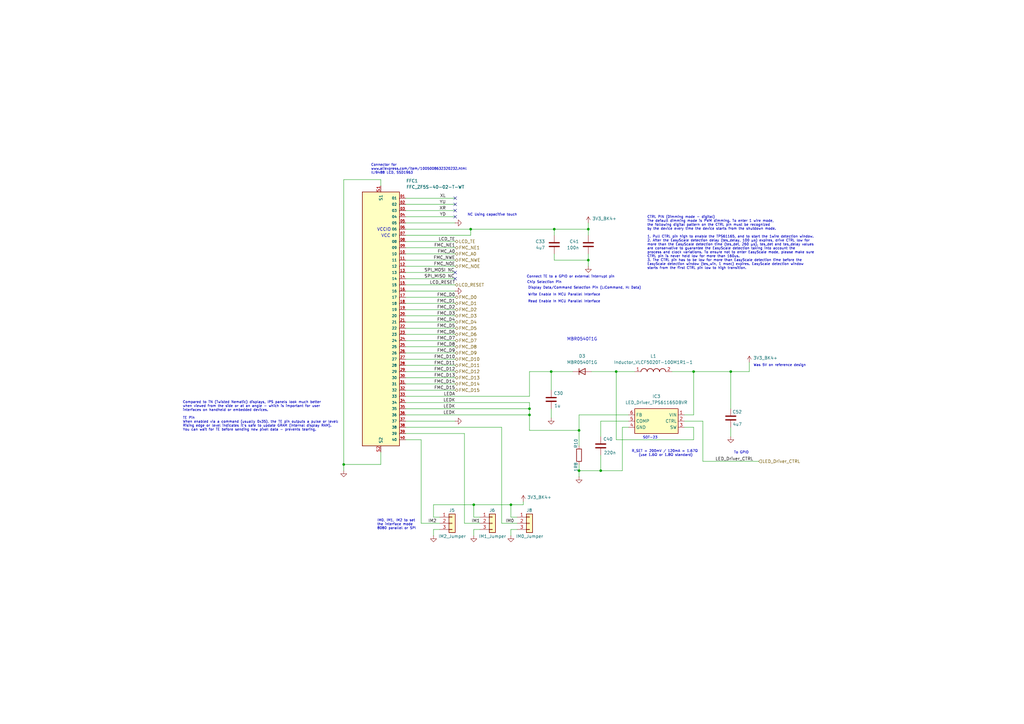
<source format=kicad_sch>
(kicad_sch (version 20231120) (generator "eeschema") (generator_version "8.0")
  (paper "A3")
  (lib_symbols
    (symbol "Connector_Generic:Conn_01x03" (pin_names (offset 1.016) hide)
      (property "Reference" "J" (at 0 5.08 0))
      (property "Value" "Conn_01x03" (at 0 -5.08 0))
      (symbol "Conn_01x03_1_1"
        (rectangle (start -1.27 -2.413) (end 0 -2.667) (stroke (width 0.1524)))
        (rectangle (start -1.27 0.127) (end 0 -0.127) (stroke (width 0.1524)))
        (rectangle (start -1.27 2.667) (end 0 2.413) (stroke (width 0.1524)))
        (rectangle (start -1.27 3.81) (end 1.27 -3.81) (stroke (width 0.254)) (fill (type background)))
        (pin passive line (at -5.08 2.54 0) (length 3.81) (name "Pin_1") (number "1"))
        (pin passive line (at -5.08 0 0) (length 3.81) (name "Pin_2") (number "2"))
        (pin passive line (at -5.08 -2.54 0) (length 3.81) (name "Pin_3") (number "3"))
      )
    )
    (symbol "Device:C" (pin_numbers hide) (pin_names (offset 0.254))
      (property "Reference" "C" (at 0.635 2.54 0))
      (property "Value" "C" (at 0.635 -2.54 0))
      (symbol "C_0_1"
        (polyline (pts (xy -2.032 -0.762) (xy 2.032 -0.762)) (stroke (width 0.508)))
        (polyline (pts (xy -2.032 0.762) (xy 2.032 0.762)) (stroke (width 0.508)))
      )
      (symbol "C_1_1"
        (pin passive line (at 0 3.81 270) (length 2.794) (name "~") (number "1"))
        (pin passive line (at 0 -3.81 90) (length 2.794) (name "~") (number "2"))
      )
    )
    (symbol "Device:D" (pin_numbers hide) (pin_names (offset 1.016) hide)
      (property "Reference" "D" (at 0 2.54 0))
      (property "Value" "D" (at 0 -2.54 0))
      (symbol "D_0_1"
        (polyline (pts (xy -1.27 1.27) (xy -1.27 -1.27)) (stroke (width 0.254)))
        (polyline (pts (xy 1.27 0) (xy -1.27 0)))
        (polyline (pts (xy 1.27 1.27) (xy 1.27 -1.27) (xy -1.27 0) (xy 1.27 1.27)) (stroke (width 0.254)))
      )
      (symbol "D_1_1"
        (pin passive line (at -3.81 0 0) (length 2.54) (name "K") (number "1"))
        (pin passive line (at 3.81 0 180) (length 2.54) (name "A") (number "2"))
      )
    )
    (symbol "Device:R" (pin_numbers hide) (pin_names (offset 0))
      (property "Reference" "R" (at 2.032 0 90))
      (property "Value" "R" (at 0 0 90))
      (symbol "R_0_1"
        (rectangle (start -1.016 -2.54) (end 1.016 2.54) (stroke (width 0.254)))
      )
      (symbol "R_1_1"
        (pin passive line (at 0 3.81 270) (length 1.27) (name "~") (number "1"))
        (pin passive line (at 0 -3.81 90) (length 1.27) (name "~") (number "2"))
      )
    )
    (symbol "Personal_Projects:FFC_ZF5S-40-02-T-WT" (pin_names (offset 1.016))
      (property "Reference" "FFC" (at 16.51 6.35 0))
      (property "Value" "FFC_ZF5S-40-02-T-WT" (at 16.51 3.81 0))
      (symbol "FFC_ZF5S-40-02-T-WT_0_0"
        (rectangle (start 15.24 -101.6) (end 0 2.54) (stroke (width 0.254)) (fill (type background)))
        (pin passive line (at 17.78 0 180) (length 2.54) (name "01") (number "01"))
        (pin passive line (at 17.78 -2.54 180) (length 2.54) (name "02") (number "02"))
        (pin passive line (at 17.78 -5.08 180) (length 2.54) (name "03") (number "03"))
        (pin passive line (at 17.78 -7.62 180) (length 2.54) (name "04") (number "04"))
        (pin passive line (at 17.78 -10.16 180) (length 2.54) (name "05") (number "05"))
        (pin passive line (at 17.78 -12.7 180) (length 2.54) (name "06") (number "06"))
        (pin passive line (at 17.78 -15.24 180) (length 2.54) (name "07") (number "07"))
        (pin passive line (at 17.78 -17.78 180) (length 2.54) (name "08") (number "08"))
        (pin passive line (at 17.78 -20.32 180) (length 2.54) (name "09") (number "09"))
        (pin passive line (at 17.78 -22.86 180) (length 2.54) (name "10") (number "10"))
        (pin passive line (at 17.78 -25.4 180) (length 2.54) (name "11") (number "11"))
        (pin passive line (at 17.78 -27.94 180) (length 2.54) (name "12") (number "12"))
        (pin passive line (at 17.78 -30.48 180) (length 2.54) (name "13") (number "13"))
        (pin passive line (at 17.78 -33.02 180) (length 2.54) (name "14") (number "14"))
        (pin passive line (at 17.78 -35.56 180) (length 2.54) (name "15") (number "15"))
        (pin passive line (at 17.78 -38.1 180) (length 2.54) (name "16") (number "16"))
        (pin passive line (at 17.78 -40.64 180) (length 2.54) (name "17") (number "17"))
        (pin passive line (at 17.78 -43.18 180) (length 2.54) (name "18") (number "18"))
        (pin passive line (at 17.78 -45.72 180) (length 2.54) (name "19") (number "19"))
        (pin passive line (at 17.78 -48.26 180) (length 2.54) (name "20") (number "20"))
        (pin passive line (at 17.78 -50.8 180) (length 2.54) (name "21") (number "21"))
        (pin passive line (at 17.78 -53.34 180) (length 2.54) (name "22") (number "22"))
        (pin passive line (at 17.78 -55.88 180) (length 2.54) (name "23") (number "23"))
        (pin passive line (at 17.78 -58.42 180) (length 2.54) (name "24") (number "24"))
        (pin passive line (at 17.78 -60.96 180) (length 2.54) (name "25") (number "25"))
        (pin passive line (at 17.78 -63.5 180) (length 2.54) (name "26") (number "26"))
        (pin passive line (at 17.78 -66.04 180) (length 2.54) (name "27") (number "27"))
        (pin passive line (at 17.78 -68.58 180) (length 2.54) (name "28") (number "28"))
        (pin passive line (at 17.78 -71.12 180) (length 2.54) (name "29") (number "29"))
        (pin passive line (at 17.78 -73.66 180) (length 2.54) (name "30") (number "30"))
        (pin passive line (at 17.78 -76.2 180) (length 2.54) (name "31") (number "31"))
        (pin passive line (at 17.78 -78.74 180) (length 2.54) (name "32") (number "32"))
        (pin passive line (at 17.78 -81.28 180) (length 2.54) (name "33") (number "33"))
        (pin passive line (at 17.78 -83.82 180) (length 2.54) (name "34") (number "34"))
        (pin passive line (at 17.78 -86.36 180) (length 2.54) (name "35") (number "35"))
        (pin passive line (at 17.78 -88.9 180) (length 2.54) (name "36") (number "36"))
        (pin passive line (at 17.78 -91.44 180) (length 2.54) (name "37") (number "37"))
        (pin passive line (at 17.78 -93.98 180) (length 2.54) (name "38") (number "38"))
        (pin passive line (at 17.78 -96.52 180) (length 2.54) (name "39") (number "39"))
        (pin passive line (at 17.78 -99.06 180) (length 2.54) (name "40") (number "40"))
      )
      (symbol "FFC_ZF5S-40-02-T-WT_1_1"
        (pin passive line (at 7.62 5.08 270) (length 2.54) (name "S1") (number "S1"))
        (pin passive line (at 7.62 -104.14 90) (length 2.54) (name "S2") (number "S2"))
      )
    )
    (symbol "Personal_Projects:Inductor_VLCF5020T-100M1R1-1" (pin_names hide)
      (property "Reference" "L" (at 13.97 6.35 0))
      (property "Value" "Inductor_VLCF5020T-100M1R1-1" (at 13.97 3.81 0))
      (symbol "Inductor_VLCF5020T-100M1R1-1_1_1"
        (arc (start 5.08 0) (mid 3.81 1.219) (end 2.54 0) (stroke (width 0.254)))
        (arc (start 7.62 0) (mid 6.35 1.219) (end 5.08 0) (stroke (width 0.254)))
        (arc (start 10.16 0) (mid 8.89 1.219) (end 7.62 0) (stroke (width 0.254)))
        (arc (start 12.7 0) (mid 11.43 1.219) (end 10.16 0) (stroke (width 0.254)))
        (pin passive line (at 0 0 0) (length 2.54) (name "1") (number "1"))
        (pin passive line (at 15.24 0 180) (length 2.54) (name "2") (number "2"))
      )
    )
    (symbol "Personal_Projects:LED_Driver_TPS61165DBVR"
      (property "Reference" "IC" (at 10.16 7.62 0))
      (property "Value" "LED_Driver_TPS61165DBVR" (at -1.524 5.08 0))
      (symbol "LED_Driver_TPS61165DBVR_1_1"
        (rectangle (start 2.54 2.54) (end 20.32 -7.62) (stroke (width 0.254)) (fill (type background)))
        (pin passive line (at 0 0 0) (length 2.54) (name "VIN") (number "1"))
        (pin passive line (at 0 -2.54 0) (length 2.54) (name "CTRL") (number "2"))
        (pin passive line (at 0 -5.08 0) (length 2.54) (name "SW") (number "3"))
        (pin passive line (at 22.86 -5.08 180) (length 2.54) (name "GND") (number "4"))
        (pin passive line (at 22.86 -2.54 180) (length 2.54) (name "COMP") (number "5"))
        (pin passive line (at 22.86 0 180) (length 2.54) (name "FB") (number "6"))
      )
    )
    (symbol "power:+3.3V" (power) (pin_numbers hide) (pin_names (offset 0) hide)
      (property "Value" "+3.3V" (at 0 3.556 0))
      (symbol "+3.3V_0_1"
        (polyline (pts (xy -0.762 1.27) (xy 0 2.54)))
        (polyline (pts (xy 0 0) (xy 0 2.54)))
        (polyline (pts (xy 0 2.54) (xy 0.762 1.27)))
      )
      (symbol "+3.3V_1_1"
        (pin power_in line (at 0 0 90) (length 0) (name "~") (number "1"))
      )
    )
    (symbol "power:GND" (power) (pin_numbers hide) (pin_names (offset 0) hide)
      (property "Value" "GND" (at 0 -3.81 0))
      (symbol "GND_0_1"
        (polyline (pts (xy 0 0) (xy 0 -1.27) (xy 1.27 -1.27) (xy 0 -2.54) (xy -1.27 -1.27) (xy 0 -1.27)))
      )
      (symbol "GND_1_1"
        (pin power_in line (at 0 0 270) (length 0) (name "~") (number "1"))
      )
    )
  )
  (junction (at 209.55 207.01))
  (junction (at 241.3 93.98))
  (junction (at 246.38 193.04))
  (junction (at 217.17 167.64))
  (junction (at 194.31 207.01))
  (junction (at 299.72 152.4))
  (junction (at 226.06 152.4))
  (junction (at 241.3 106.68))
  (junction (at 227.33 93.98))
  (junction (at 237.49 176.53))
  (junction (at 193.04 93.98))
  (junction (at 217.17 170.18))
  (junction (at 237.49 193.04))
  (junction (at 252.73 152.4))
  (junction (at 284.48 152.4))
  (junction (at 140.97 190.5))
  (no_connect (at 186.69 111.76))
  (no_connect (at 186.69 88.9))
  (no_connect (at 186.69 86.36))
  (no_connect (at 186.69 81.28))
  (no_connect (at 186.69 114.3))
  (no_connect (at 186.69 83.82))
  (wire (pts (xy 140.97 193.04) (xy 140.97 190.5)))
  (wire (pts (xy 237.49 170.18) (xy 257.81 170.18)))
  (wire (pts (xy 205.74 214.63) (xy 205.74 175.26)))
  (wire (pts (xy 166.37 124.46) (xy 186.69 124.46)))
  (wire (pts (xy 166.37 111.76) (xy 186.69 111.76)))
  (wire (pts (xy 172.72 214.63) (xy 180.34 214.63)))
  (wire (pts (xy 166.37 96.52) (xy 193.04 96.52)))
  (wire (pts (xy 226.06 152.4) (xy 226.06 160.02)))
  (wire (pts (xy 217.17 152.4) (xy 217.17 162.56)))
  (wire (pts (xy 209.55 207.01) (xy 194.31 207.01)))
  (wire (pts (xy 140.97 190.5) (xy 156.21 190.5)))
  (wire (pts (xy 246.38 186.69) (xy 246.38 193.04)))
  (wire (pts (xy 190.5 214.63) (xy 196.85 214.63)))
  (wire (pts (xy 217.17 167.64) (xy 217.17 170.18)))
  (wire (pts (xy 252.73 152.4) (xy 260.35 152.4)))
  (wire (pts (xy 237.49 170.18) (xy 237.49 176.53)))
  (wire (pts (xy 255.27 175.26) (xy 255.27 193.04)))
  (wire (pts (xy 172.72 180.34) (xy 166.37 180.34)))
  (wire (pts (xy 205.74 214.63) (xy 212.09 214.63)))
  (wire (pts (xy 194.31 207.01) (xy 194.31 212.09)))
  (wire (pts (xy 190.5 177.8) (xy 166.37 177.8)))
  (wire (pts (xy 166.37 86.36) (xy 186.69 86.36)))
  (wire (pts (xy 241.3 104.14) (xy 241.3 106.68)))
  (wire (pts (xy 166.37 157.48) (xy 186.69 157.48)))
  (wire (pts (xy 180.34 217.17) (xy 177.8 217.17)))
  (wire (pts (xy 166.37 129.54) (xy 186.69 129.54)))
  (wire (pts (xy 166.37 165.1) (xy 217.17 165.1)))
  (wire (pts (xy 217.17 165.1) (xy 217.17 167.64)))
  (wire (pts (xy 241.3 96.52) (xy 241.3 93.98)))
  (wire (pts (xy 166.37 104.14) (xy 186.69 104.14)))
  (wire (pts (xy 166.37 116.84) (xy 186.69 116.84)))
  (wire (pts (xy 172.72 214.63) (xy 172.72 180.34)))
  (wire (pts (xy 241.3 91.44) (xy 241.3 93.98)))
  (wire (pts (xy 166.37 137.16) (xy 186.69 137.16)))
  (wire (pts (xy 166.37 106.68) (xy 186.69 106.68)))
  (wire (pts (xy 194.31 217.17) (xy 194.31 219.71)))
  (wire (pts (xy 227.33 93.98) (xy 241.3 93.98)))
  (wire (pts (xy 166.37 132.08) (xy 186.69 132.08)))
  (wire (pts (xy 246.38 179.07) (xy 246.38 172.72)))
  (wire (pts (xy 299.72 152.4) (xy 299.72 167.64)))
  (wire (pts (xy 284.48 152.4) (xy 299.72 152.4)))
  (wire (pts (xy 212.09 217.17) (xy 209.55 217.17)))
  (wire (pts (xy 299.72 175.26) (xy 299.72 179.07)))
  (wire (pts (xy 166.37 109.22) (xy 186.69 109.22)))
  (wire (pts (xy 166.37 142.24) (xy 186.69 142.24)))
  (wire (pts (xy 156.21 76.2) (xy 156.21 73.66)))
  (wire (pts (xy 214.63 207.01) (xy 209.55 207.01)))
  (wire (pts (xy 166.37 139.7) (xy 186.69 139.7)))
  (wire (pts (xy 209.55 217.17) (xy 209.55 219.71)))
  (wire (pts (xy 193.04 96.52) (xy 193.04 93.98)))
  (wire (pts (xy 166.37 91.44) (xy 186.69 91.44)))
  (wire (pts (xy 196.85 212.09) (xy 194.31 212.09)))
  (wire (pts (xy 166.37 101.6) (xy 186.69 101.6)))
  (wire (pts (xy 166.37 144.78) (xy 186.69 144.78)))
  (wire (pts (xy 227.33 104.14) (xy 227.33 106.68)))
  (wire (pts (xy 177.8 217.17) (xy 177.8 219.71)))
  (wire (pts (xy 166.37 147.32) (xy 186.69 147.32)))
  (wire (pts (xy 177.8 207.01) (xy 177.8 212.09)))
  (wire (pts (xy 166.37 88.9) (xy 186.69 88.9)))
  (wire (pts (xy 166.37 81.28) (xy 186.69 81.28)))
  (wire (pts (xy 280.67 170.18) (xy 284.48 170.18)))
  (wire (pts (xy 166.37 152.4) (xy 186.69 152.4)))
  (wire (pts (xy 212.09 212.09) (xy 209.55 212.09)))
  (wire (pts (xy 241.3 109.22) (xy 241.3 106.68)))
  (wire (pts (xy 205.74 175.26) (xy 166.37 175.26)))
  (wire (pts (xy 166.37 162.56) (xy 217.17 162.56)))
  (wire (pts (xy 156.21 73.66) (xy 140.97 73.66)))
  (wire (pts (xy 288.29 189.23) (xy 311.15 189.23)))
  (wire (pts (xy 237.49 190.5) (xy 237.49 193.04)))
  (wire (pts (xy 166.37 172.72) (xy 186.69 172.72)))
  (wire (pts (xy 284.48 170.18) (xy 284.48 152.4)))
  (wire (pts (xy 226.06 167.64) (xy 226.06 171.45)))
  (wire (pts (xy 190.5 214.63) (xy 190.5 177.8)))
  (wire (pts (xy 166.37 121.92) (xy 186.69 121.92)))
  (wire (pts (xy 280.67 172.72) (xy 288.29 172.72)))
  (wire (pts (xy 246.38 193.04) (xy 237.49 193.04)))
  (wire (pts (xy 255.27 175.26) (xy 257.81 175.26)))
  (wire (pts (xy 284.48 180.34) (xy 252.73 180.34)))
  (wire (pts (xy 234.95 152.4) (xy 226.06 152.4)))
  (wire (pts (xy 307.34 152.4) (xy 299.72 152.4)))
  (wire (pts (xy 217.17 170.18) (xy 217.17 176.53)))
  (wire (pts (xy 226.06 152.4) (xy 217.17 152.4)))
  (wire (pts (xy 166.37 83.82) (xy 186.69 83.82)))
  (wire (pts (xy 280.67 175.26) (xy 284.48 175.26)))
  (wire (pts (xy 288.29 172.72) (xy 288.29 189.23)))
  (wire (pts (xy 140.97 73.66) (xy 140.97 190.5)))
  (wire (pts (xy 194.31 207.01) (xy 177.8 207.01)))
  (wire (pts (xy 237.49 176.53) (xy 237.49 182.88)))
  (wire (pts (xy 214.63 205.74) (xy 214.63 207.01)))
  (wire (pts (xy 217.17 176.53) (xy 237.49 176.53)))
  (wire (pts (xy 166.37 149.86) (xy 186.69 149.86)))
  (wire (pts (xy 166.37 99.06) (xy 186.69 99.06)))
  (wire (pts (xy 193.04 93.98) (xy 227.33 93.98)))
  (wire (pts (xy 166.37 93.98) (xy 193.04 93.98)))
  (wire (pts (xy 166.37 170.18) (xy 217.17 170.18)))
  (wire (pts (xy 166.37 134.62) (xy 186.69 134.62)))
  (wire (pts (xy 166.37 154.94) (xy 186.69 154.94)))
  (wire (pts (xy 284.48 175.26) (xy 284.48 180.34)))
  (wire (pts (xy 275.59 152.4) (xy 284.48 152.4)))
  (wire (pts (xy 166.37 127) (xy 186.69 127)))
  (wire (pts (xy 227.33 96.52) (xy 227.33 93.98)))
  (wire (pts (xy 255.27 193.04) (xy 246.38 193.04)))
  (wire (pts (xy 166.37 114.3) (xy 186.69 114.3)))
  (wire (pts (xy 166.37 119.38) (xy 186.69 119.38)))
  (wire (pts (xy 237.49 193.04) (xy 237.49 195.58)))
  (wire (pts (xy 180.34 212.09) (xy 177.8 212.09)))
  (wire (pts (xy 166.37 167.64) (xy 217.17 167.64)))
  (wire (pts (xy 242.57 152.4) (xy 252.73 152.4)))
  (wire (pts (xy 227.33 106.68) (xy 241.3 106.68)))
  (wire (pts (xy 196.85 217.17) (xy 194.31 217.17)))
  (wire (pts (xy 166.37 160.02) (xy 186.69 160.02)))
  (wire (pts (xy 156.21 190.5) (xy 156.21 185.42)))
  (wire (pts (xy 252.73 180.34) (xy 252.73 152.4)))
  (wire (pts (xy 246.38 172.72) (xy 257.81 172.72)))
  (wire (pts (xy 307.34 148.59) (xy 307.34 152.4)))
  (wire (pts (xy 209.55 207.01) (xy 209.55 212.09)))
  (text "NC Using capacitive touch" (at 201.93 88.138 0) (effects (font (size 1 1))))
  (text "Display Data/Command Selection Pin (L:Command, H: Data)" (at 239.776 118.11 0) (effects (font (size 1 1))))
  (text "Chip Selection Pin" (at 223.266 115.824 0) (effects (font (size 1 1))))
  (text "SOT-23" (at 266.7 179.578 0) (effects (font (size 1 1))))
  (text "MBR0540T1G" (at 238.76 139.192 0) (effects (font (size 1.27 1.27))))
  (text "Was 5V on reference design" (at 319.786 149.86 0) (effects (font (size 1 1))))
  (text "Connector for\nwww.aliexpress.com/item/1005008632320232.html\nILI9488 LCD, SSD1963" (at 152.146 69.342 0) (effects (font (size 1 1)) (justify left)))
  (text "IM0, IM1, IM2 to set \nthe interface mode\n8080 parallel or SPI" (at 154.686 215.138 0) (effects (font (size 1 1)) (justify left)))
  (text "VCCIO" (at 157.48 94.234 0) (effects (font (size 1.27 1.27))))
  (text "Connect TE to a GPIO or external interrupt pin " (at 234.442 113.538 0) (effects (font (size 1 1))))
  (text "To GPIO" (at 304.038 185.674 0) (effects (font (size 1 1))))
  (text "R_SET = 200 mV / 120 mA = 1.67 Ω \n(use 1.6 Ω or 1.8 Ω standard)" (at 273.05 185.928 0) (effects (font (size 1 1))))
  (text "Read Enable In MCU Parallel Interface" (at 231.394 123.698 0) (effects (font (size 1 1))))
  (text "VCC" (at 158.242 96.774 0) (effects (font (size 1.27 1.27))))
  (text "CTRL PIN (Dimming mode - digital)\nThe default dimming mode is PWM dimming. To enter 1 wire mode, \nthe following digital pattern on the CTRL pin must be recognized \nby the device every time the device starts from the shutdown mode.\n\n1. Pull CTRL pin high to enable the TPS61165, and to start the 1wire detection window.\n2. After the EasyScale detection delay (tes_delay, 100 μs) expires, drive CTRL low for \nmore than the EasyScale detection time (tes_det, 260 μs). tes_det and tes_delay values \nare conservative to guarantee the EasyScale detection taking into account the \nprocess and clock variations. To ensure not to enter EasyScale mode, please make sure \nCTRL pin is never held low for more than 160us.\n3. The CTRL pin has to be low for more than EasyScale detection time before the \nEasyScale detection window (tes_win, 1 msec) expires. EasyScale detection window \nstarts from the first CTRL pin low to high transition." (at 265.43 99.568 0) (effects (font (size 1 1)) (justify left)))
  (text "Compared to TN (Twisted Nematic) displays, IPS panels look much better \nwhen viewed from the side or at an angle - which is important for user \ninterfaces on handheld or embedded devices.\n\nTE Pin\nWhen enabled via a command (usually 0x35), the TE pin outputs a pulse or level:\nRising edge or level indicates it's safe to update GRAM (internal display RAM).\nYou can wait for TE before sending new pixel data - prevents tearing." (at 74.93 170.688 0) (effects (font (size 1 1)) (justify left)))
  (text "Write Enable In MCU Parallel Interface" (at 231.394 120.904 0) (effects (font (size 1 1))))
  (label "FMC_D1" (at 186.69 124.46 180))
  (label "FMC_D6" (at 186.69 137.16 180))
  (label "IM2" (at 179.07 214.63 180))
  (label "FMC_D0" (at 186.69 121.92 180))
  (label "FMC_D9" (at 186.69 144.78 180))
  (label "FMC_D13" (at 186.69 154.94 180))
  (label "FMC_D5" (at 186.69 134.62 180))
  (label "FMC_A0" (at 186.69 104.14 180))
  (label "FMC_D7" (at 186.69 139.7 180))
  (label "FMC_NWE" (at 186.69 106.68 180))
  (label "LEDK" (at 186.69 165.1 180))
  (label "FMC_D3" (at 186.69 129.54 180))
  (label "IM0" (at 210.82 214.63 180))
  (label "LEDK" (at 186.69 167.64 180))
  (label "FMC_NOE" (at 186.69 109.22 180))
  (label "LCD_TE" (at 186.69 99.06 180))
  (label "FMC_D12" (at 186.69 152.4 180))
  (label "LED_Driver_CTRL" (at 293.37 189.23 0))
  (label "XL" (at 182.88 81.28 180))
  (label "LCD_RESET" (at 186.69 116.84 180))
  (label "FMC_D2" (at 186.69 127 180))
  (label "FMC_D15" (at 186.69 160.02 180))
  (label "LEDK" (at 186.69 170.18 180))
  (label "XR" (at 182.88 86.36 180))
  (label "FMC_D11" (at 186.69 149.86 180))
  (label "FMC_D10" (at 186.69 147.32 180))
  (label "YU" (at 182.88 83.82 180))
  (label "LEDA" (at 186.69 162.56 180))
  (label "FMC_D14" (at 186.69 157.48 180))
  (label "IM1" (at 196.85 214.63 180))
  (label "SPI_MOSI NC" (at 173.99 111.76 0))
  (label "YD" (at 182.88 88.9 180))
  (label "SPI_MISO NC" (at 173.99 114.3 0))
  (label "FMC_D4" (at 186.69 132.08 180))
  (label "FMC_D8" (at 186.69 142.24 180))
  (label "FMC_NE1" (at 186.69 101.6 180))
  (hierarchical_label "FMC_D2" (shape bidirectional) (at 186.69 127 0))
  (hierarchical_label "FMC_NE1" (shape bidirectional) (at 186.69 101.6 0))
  (hierarchical_label "FMC_D10" (shape bidirectional) (at 186.69 147.32 0))
  (hierarchical_label "FMC_NWE" (shape bidirectional) (at 186.69 106.68 0))
  (hierarchical_label "FMC_D8" (shape bidirectional) (at 186.69 142.24 0))
  (hierarchical_label "FMC_D9" (shape bidirectional) (at 186.69 144.78 0))
  (hierarchical_label "FMC_D15" (shape bidirectional) (at 186.69 160.02 0))
  (hierarchical_label "FMC_D7" (shape bidirectional) (at 186.69 139.7 0))
  (hierarchical_label "LCD_TE" (shape bidirectional) (at 186.69 99.06 0))
  (hierarchical_label "FMC_D5" (shape bidirectional) (at 186.69 134.62 0))
  (hierarchical_label "FMC_D0" (shape bidirectional) (at 186.69 121.92 0))
  (hierarchical_label "FMC_D13" (shape bidirectional) (at 186.69 154.94 0))
  (hierarchical_label "FMC_NOE" (shape bidirectional) (at 186.69 109.22 0))
  (hierarchical_label "LCD_RESET" (shape bidirectional) (at 186.69 116.84 0))
  (hierarchical_label "FMC_D11" (shape bidirectional) (at 186.69 149.86 0))
  (hierarchical_label "FMC_D3" (shape bidirectional) (at 186.69 129.54 0))
  (hierarchical_label "FMC_D14" (shape bidirectional) (at 186.69 157.48 0))
  (hierarchical_label "FMC_D12" (shape bidirectional) (at 186.69 152.4 0))
  (hierarchical_label "LED_Driver_CTRL" (shape input) (at 311.15 189.23 0))
  (hierarchical_label "FMC_D4" (shape bidirectional) (at 186.69 132.08 0))
  (hierarchical_label "FMC_D6" (shape bidirectional) (at 186.69 137.16 0))
  (hierarchical_label "FMC_A0" (shape bidirectional) (at 186.69 104.14 0))
  (hierarchical_label "FMC_D1" (shape bidirectional) (at 186.69 124.46 0))
  (symbol (lib_id "power:GND") (at 237.49 195.58 0) (mirror y) (unit 1)
    (property "Reference" "#PWR0118" (effects (hide yes)))
    (property "Value" "GND" (effects (hide yes)))
    (property "Description" "Power symbol creates a global label with name \"GND\" , ground" (effects (hide yes)))
  )
  (symbol (lib_id "Personal_Projects:FFC_ZF5S-40-02-T-WT") (at 148.59 81.28 0) (unit 1)
    (property "Reference" "FFC1" (at 171.45 74.168 0) (effects (justify right)))
    (property "Value" "FFC_ZF5S-40-02-T-WT" (at 190.5 76.708 0) (effects (justify right)))
    (property "Footprint" "Personal_Project:FFC_ZF5S-40-02-T-WT" (effects (hide yes)))
    (property "MANUFACTURER" "SAMTEC" (effects (hide yes)))
  )
  (symbol (lib_id "power:+3.3V") (at 214.63 205.74 0) (mirror y) (unit 1)
    (property "Reference" "#PWR023" (effects (hide yes)))
    (property "Value" "3V3_BK4+" (at 221.234 203.962 0))
    (property "Description" "Power symbol creates a global label with name \"+3.3V\"" (effects (hide yes)))
  )
  (symbol (lib_id "power:GND") (at 186.69 119.38 90) (mirror x) (unit 1)
    (property "Reference" "#PWR032" (effects (hide yes)))
    (property "Value" "GND" (effects (hide yes)))
    (property "Description" "Power symbol creates a global label with name \"GND\" , ground" (effects (hide yes)))
  )
  (symbol (lib_id "Device:D") (at 238.76 152.4 0) (unit 1)
    (property "Reference" "D3" (at 238.76 146.05 0))
    (property "Value" "MBR0540T1G" (at 238.76 148.59 0))
    (property "Footprint" "Personal_Project:MBR0540T3G_SOD3716X135N" (effects (hide yes)))
    (property "Description" "Diode" (effects (hide yes)))
    (property "Sim.Device" "D" (effects (hide yes)))
    (property "Sim.Pins" "1=K 2=A" (effects (hide yes)))
  )
  (symbol (lib_id "Personal_Projects:Inductor_VLCF5020T-100M1R1-1") (at 260.35 152.4 0) (unit 1)
    (property "Reference" "L1" (at 267.97 146.05 0))
    (property "Value" "Inductor_VLCF5020T-100M1R1-1" (at 267.97 148.59 0))
    (property "Footprint" "Personal_Project:Inductor_VLCF5020" (effects (hide yes)))
    (property "Datasheet" "https://product.tdk.com/system/files/dam/doc/product/inductor/inductor/smd/catalog/inductor_commercial_power_vlcf5020-1_en.pdf" (effects (hide yes)))
    (property "Description" "TDK VLC5020 Series Shielded Wire-wound SMD Inductor 10 uH +/-20% 1.5A Idc" (effects (hide yes)))
    (property "Mouser Part Number" "810-VLCF52T100M1R11" (effects (hide yes)))
    (property "Mouser Price/Stock" "https://www.mouser.co.uk/ProductDetail/TDK/VLCF5020T-100M1R1-1?qs=O2qRfqcg9D93TlFS8ggxKg%3D%3D" (effects (hide yes)))
    (property "Manufacturer_Name" "TDK" (effects (hide yes)))
    (property "Manufacturer_Part_Number" "VLCF5020T-100M1R1-1" (effects (hide yes)))
  )
  (symbol (lib_id "power:GND") (at 186.69 172.72 90) (mirror x) (unit 1)
    (property "Reference" "#PWR033" (effects (hide yes)))
    (property "Value" "GND" (effects (hide yes)))
    (property "Description" "Power symbol creates a global label with name \"GND\" , ground" (effects (hide yes)))
  )
  (symbol (lib_id "power:GND") (at 299.72 179.07 0) (mirror y) (unit 1)
    (property "Reference" "#PWR0127" (effects (hide yes)))
    (property "Value" "GND" (effects (hide yes)))
    (property "Description" "Power symbol creates a global label with name \"GND\" , ground" (effects (hide yes)))
  )
  (symbol (lib_id "Connector_Generic:Conn_01x03") (at 217.17 214.63 0) (unit 1)
    (property "Reference" "J8" (at 215.9 209.296 0) (effects (justify left)))
    (property "Value" "IM0_Jumper" (at 211.582 219.964 0) (effects (justify left)))
    (property "Footprint" "Connector_PinHeader_2.54mm:PinHeader_1x03_P2.54mm_Vertical" (effects (hide yes)))
    (property "Description" "Generic connector, single row, 01x03, script generated (kicad-library-utils/schlib/autogen/connector/)" (effects (hide yes)))
  )
  (symbol (lib_id "power:GND") (at 140.97 193.04 0) (mirror y) (unit 1)
    (property "Reference" "#PWR041" (effects (hide yes)))
    (property "Value" "GND" (effects (hide yes)))
    (property "Description" "Power symbol creates a global label with name \"GND\" , ground" (effects (hide yes)))
  )
  (symbol (lib_id "power:+3.3V") (at 307.34 148.59 0) (mirror y) (unit 1)
    (property "Reference" "#PWR013" (effects (hide yes)))
    (property "Value" "3V3_BK4+" (at 313.944 146.812 0))
    (property "Description" "Power symbol creates a global label with name \"+3.3V\"" (effects (hide yes)))
  )
  (symbol (lib_id "Device:C") (at 226.06 163.83 0) (mirror y) (unit 1)
    (property "Reference" "C30" (at 227.076 161.29 0) (effects (justify right)))
    (property "Value" "1u" (at 227.33 166.37 0) (effects (justify right)))
    (property "Footprint" "Capacitor_SMD:C_0805_2012Metric" (effects (hide yes)))
    (property "Description" "Unpolarized capacitor" (effects (hide yes)))
  )
  (symbol (lib_id "power:+3.3V") (at 241.3 91.44 0) (mirror y) (unit 1)
    (property "Reference" "#PWR012" (effects (hide yes)))
    (property "Value" "3V3_BK4+" (at 247.904 89.662 0))
    (property "Description" "Power symbol creates a global label with name \"+3.3V\"" (effects (hide yes)))
  )
  (symbol (lib_id "power:GND") (at 241.3 109.22 0) (mirror y) (unit 1)
    (property "Reference" "#PWR0126" (effects (hide yes)))
    (property "Value" "GND" (effects (hide yes)))
    (property "Description" "Power symbol creates a global label with name \"GND\" , ground" (effects (hide yes)))
  )
  (symbol (lib_id "power:GND") (at 177.8 219.71 0) (mirror y) (unit 1)
    (property "Reference" "#PWR030" (effects (hide yes)))
    (property "Value" "GND" (effects (hide yes)))
    (property "Description" "Power symbol creates a global label with name \"GND\" , ground" (effects (hide yes)))
  )
  (symbol (lib_id "Device:C") (at 246.38 182.88 0) (mirror y) (unit 1)
    (property "Reference" "C40" (at 247.396 180.086 0) (effects (justify right)))
    (property "Value" "220n" (at 247.65 185.674 0) (effects (justify right)))
    (property "Footprint" "Capacitor_SMD:C_0805_2012Metric" (effects (hide yes)))
    (property "Description" "Unpolarized capacitor" (effects (hide yes)))
  )
  (symbol (lib_id "Connector_Generic:Conn_01x03") (at 185.42 214.63 0) (unit 1)
    (property "Reference" "J5" (at 184.15 209.296 0) (effects (justify left)))
    (property "Value" "IM2_Jumper" (at 179.832 219.964 0) (effects (justify left)))
    (property "Footprint" "Connector_PinHeader_2.54mm:PinHeader_1x03_P2.54mm_Vertical" (effects (hide yes)))
    (property "Description" "Generic connector, single row, 01x03, script generated (kicad-library-utils/schlib/autogen/connector/)" (effects (hide yes)))
  )
  (symbol (lib_id "power:GND") (at 209.55 219.71 0) (mirror y) (unit 1)
    (property "Reference" "#PWR056" (effects (hide yes)))
    (property "Value" "GND" (effects (hide yes)))
    (property "Description" "Power symbol creates a global label with name \"GND\" , ground" (effects (hide yes)))
  )
  (symbol (lib_id "Device:R") (at 237.49 186.69 0) (mirror y) (unit 1)
    (property "Reference" "R10" (at 236.22 181.864 90))
    (property "Value" "1R8" (at 236.22 191.516 90))
    (property "Footprint" "Resistor_SMD:R_0805_2012Metric_1" (effects (hide yes)))
    (property "Description" "Resistor" (effects (hide yes)))
  )
  (symbol (lib_id "Device:C") (at 299.72 171.45 0) (mirror y) (unit 1)
    (property "Reference" "C52" (at 304.292 168.91 0) (effects (justify left)))
    (property "Value" "4u7" (at 304.292 173.99 0) (effects (justify left)))
    (property "Footprint" "Capacitor_SMD:C_0805_2012Metric" (effects (hide yes)))
    (property "Description" "Unpolarized capacitor" (effects (hide yes)))
  )
  (symbol (lib_id "Personal_Projects:LED_Driver_TPS61165DBVR") (at 280.67 170.18 0) (mirror y) (unit 1)
    (property "Reference" "IC3" (at 269.24 162.56 0))
    (property "Value" "LED_Driver_TPS61165DBVR" (at 269.24 165.1 0))
    (property "Footprint" "Personal_Project:LEDDriver_TPS61165DBVR_SOT95P280X145-6N" (effects (hide yes)))
    (property "Datasheet" "https://www.ti.com/lit/gpn/TPS61165" (effects (hide yes)))
    (property "Description" "LED Lighting Drivers Hi Brightness White LED Drvr TPS61165 High-Brightness, White LED Driver in WSON and SOT-23 Packages" (effects (hide yes)))
    (property "Height" "1.45" (effects (hide yes)))
    (property "Mouser Part Number" "595-TPS61165DBVR" (effects (hide yes)))
    (property "Mouser Price/Stock" "https://www.mouser.co.uk/ProductDetail/Texas-Instruments/TPS61165DBVR?qs=HM7Ob9npyBLl0sTgi6JQSQ%3D%3D" (effects (hide yes)))
    (property "Manufacturer_Name" "Texas Instruments" (effects (hide yes)))
    (property "Manufacturer_Part_Number" "TPS61165DBVR" (effects (hide yes)))
  )
  (symbol (lib_id "power:GND") (at 226.06 171.45 0) (mirror y) (unit 1)
    (property "Reference" "#PWR0101" (effects (hide yes)))
    (property "Value" "GND" (effects (hide yes)))
    (property "Description" "Power symbol creates a global label with name \"GND\" , ground" (effects (hide yes)))
  )
  (symbol (lib_id "power:GND") (at 186.69 91.44 90) (mirror x) (unit 1)
    (property "Reference" "#PWR031" (effects (hide yes)))
    (property "Value" "GND" (effects (hide yes)))
    (property "Description" "Power symbol creates a global label with name \"GND\" , ground" (effects (hide yes)))
  )
  (symbol (lib_id "power:GND") (at 194.31 219.71 0) (mirror y) (unit 1)
    (property "Reference" "#PWR035" (effects (hide yes)))
    (property "Value" "GND" (effects (hide yes)))
    (property "Description" "Power symbol creates a global label with name \"GND\" , ground" (effects (hide yes)))
  )
  (symbol (lib_id "Connector_Generic:Conn_01x03") (at 201.93 214.63 0) (unit 1)
    (property "Reference" "J6" (at 200.66 209.296 0) (effects (justify left)))
    (property "Value" "IM1_Jumper" (at 196.342 219.964 0) (effects (justify left)))
    (property "Footprint" "Connector_PinHeader_2.54mm:PinHeader_1x03_P2.54mm_Vertical" (effects (hide yes)))
    (property "Description" "Generic connector, single row, 01x03, script generated (kicad-library-utils/schlib/autogen/connector/)" (effects (hide yes)))
  )
  (symbol (lib_id "Device:C") (at 227.33 100.33 0) (mirror y) (unit 1)
    (property "Reference" "C33" (at 223.52 99.0599 0) (effects (justify left)))
    (property "Value" "4u7" (at 223.52 101.5999 0) (effects (justify left)))
    (property "Footprint" "Capacitor_SMD:C_0805_2012Metric" (effects (hide yes)))
    (property "Description" "Unpolarized capacitor" (effects (hide yes)))
  )
  (symbol (lib_id "Device:C") (at 241.3 100.33 0) (mirror y) (unit 1)
    (property "Reference" "C41" (at 237.49 99.0599 0) (effects (justify left)))
    (property "Value" "100n" (at 237.49 101.5999 0) (effects (justify left)))
    (property "Footprint" "Capacitor_SMD:C_0805_2012Metric" (effects (hide yes)))
    (property "Description" "Unpolarized capacitor" (effects (hide yes)))
  )
)
</source>
